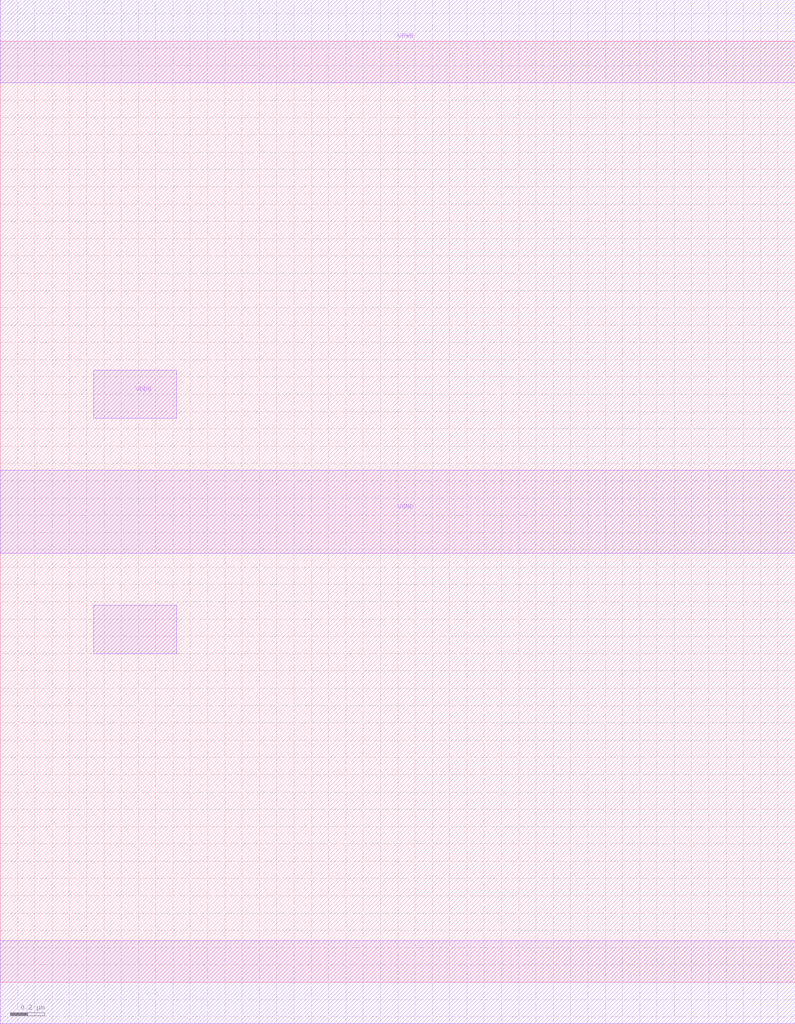
<source format=lef>
VERSION 5.6 ;

MACRO POWER_SWITCH
  CLASS CORE ;
  ORIGIN 0 0 ;
  SIZE 4.6 BY 5.44 ;
  PIN VPWR
    DIRECTION INOUT ;
    USE POWER ;
    SHAPE ABUTMENT ;
    PORT
      LAYER met1 ;
        RECT 0.0 -0.24 4.6 0.24 ;
        RECT 0.0  5.20 4.6 5.68 ;
    END
  END VPWR
  PIN VGND
    DIRECTION INOUT ;
    USE GROUND ; 
    SHAPE ABUTMENT ;

    PORT
      LAYER met1 ;
        RECT  0.0 2.48 4.6 2.96 ;
    END
  END VGND
  PIN VDDG
    DIRECTION INOUT ;
    USE POWER ;
    PORT
      LAYER met1 ;
        RECT 0.54 1.90 1.02 2.18 ;
        RECT 0.54 3.26 1.02 3.54 ;
    END
  END VDDG
END POWER_SWITCH
</source>
